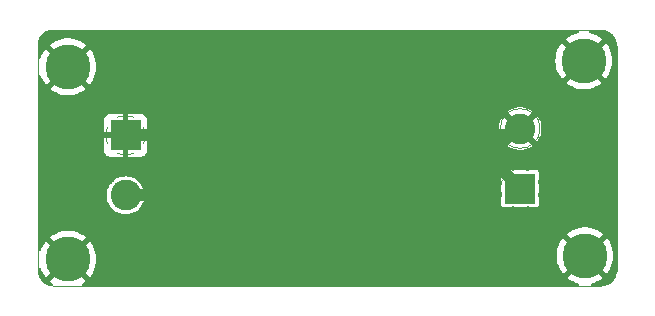
<source format=gbr>
%TF.GenerationSoftware,KiCad,Pcbnew,7.0.8*%
%TF.CreationDate,2024-02-18T15:21:02+05:30*%
%TF.ProjectId,Buck_Converter,4275636b-5f43-46f6-9e76-65727465722e,rev?*%
%TF.SameCoordinates,Original*%
%TF.FileFunction,Soldermask,Bot*%
%TF.FilePolarity,Negative*%
%FSLAX46Y46*%
G04 Gerber Fmt 4.6, Leading zero omitted, Abs format (unit mm)*
G04 Created by KiCad (PCBNEW 7.0.8) date 2024-02-18 15:21:02*
%MOMM*%
%LPD*%
G01*
G04 APERTURE LIST*
G04 Aperture macros list*
%AMRoundRect*
0 Rectangle with rounded corners*
0 $1 Rounding radius*
0 $2 $3 $4 $5 $6 $7 $8 $9 X,Y pos of 4 corners*
0 Add a 4 corners polygon primitive as box body*
4,1,4,$2,$3,$4,$5,$6,$7,$8,$9,$2,$3,0*
0 Add four circle primitives for the rounded corners*
1,1,$1+$1,$2,$3*
1,1,$1+$1,$4,$5*
1,1,$1+$1,$6,$7*
1,1,$1+$1,$8,$9*
0 Add four rect primitives between the rounded corners*
20,1,$1+$1,$2,$3,$4,$5,0*
20,1,$1+$1,$4,$5,$6,$7,0*
20,1,$1+$1,$6,$7,$8,$9,0*
20,1,$1+$1,$8,$9,$2,$3,0*%
G04 Aperture macros list end*
%ADD10C,2.600000*%
%ADD11R,2.600000X2.600000*%
%ADD12C,3.800000*%
%TA.AperFunction,ComponentPad*%
%ADD13C,2.600000*%
%TD*%
%TA.AperFunction,ComponentPad*%
%ADD14R,2.600000X2.600000*%
%TD*%
%TA.AperFunction,ComponentPad*%
%ADD15C,3.800000*%
%TD*%
%TA.AperFunction,SMDPad,CuDef*%
%ADD16RoundRect,0.150000X-0.512500X-0.150000X0.512500X-0.150000X0.512500X0.150000X-0.512500X0.150000X0*%
%TD*%
%TA.AperFunction,SMDPad,CuDef*%
%ADD17RoundRect,0.250000X0.475000X-0.337500X0.475000X0.337500X-0.475000X0.337500X-0.475000X-0.337500X0*%
%TD*%
%TA.AperFunction,SMDPad,CuDef*%
%ADD18RoundRect,0.250000X0.650000X-0.412500X0.650000X0.412500X-0.650000X0.412500X-0.650000X-0.412500X0*%
%TD*%
%TA.AperFunction,SMDPad,CuDef*%
%ADD19RoundRect,0.400000X1.550000X0.400000X-1.550000X0.400000X-1.550000X-0.400000X1.550000X-0.400000X0*%
%TD*%
%TA.AperFunction,Conductor*%
%ADD20C,0.500000*%
%TD*%
%TA.AperFunction,Conductor*%
%ADD21C,1.000000*%
%TD*%
%TA.AperFunction,Conductor*%
%ADD22C,0.250000*%
%TD*%
%ADD23RoundRect,0.150000X-0.512500X-0.150000X0.512500X-0.150000X0.512500X0.150000X-0.512500X0.150000X0*%
%ADD24RoundRect,0.250000X0.475000X-0.337500X0.475000X0.337500X-0.475000X0.337500X-0.475000X-0.337500X0*%
%ADD25RoundRect,0.250000X0.650000X-0.412500X0.650000X0.412500X-0.650000X0.412500X-0.650000X-0.412500X0*%
%ADD26RoundRect,0.400000X1.550000X0.400000X-1.550000X0.400000X-1.550000X-0.400000X1.550000X-0.400000X0*%
%ADD27C,0.375000*%
%ADD28C,0.150000*%
%ADD29C,0.125000*%
%ADD30C,0.120000*%
%TA.AperFunction,Profile*%
%ADD31C,0.100000*%
%TD*%
G04 APERTURE END LIST*
D10*
%TO.C,J2*%
X165354000Y-103022400D03*
D11*
X165354000Y-108102400D03*
%TD*%
D12*
%TO.C,H3*%
X170738800Y-97282000D03*
%TD*%
%TO.C,H1*%
X127050800Y-97790000D03*
%TD*%
%TO.C,H4*%
X170840400Y-113792000D03*
%TD*%
D10*
%TO.C,J1*%
X131940700Y-108674300D03*
D11*
X131940700Y-103594300D03*
%TD*%
D12*
%TO.C,H2*%
X127050800Y-114096800D03*
%TD*%
D13*
%TO.P,J2,2,Pin_2*%
%TO.N,GND*%
X165354000Y-103022400D03*
D14*
%TO.P,J2,1,Pin_1*%
%TO.N,/SW*%
X165354000Y-108102400D03*
%TD*%
D15*
%TO.P,H3,1,1*%
%TO.N,GND*%
X170738800Y-97282000D03*
%TD*%
D16*
%TO.P,U1,5,SW*%
%TO.N,/SW*%
X147615300Y-104235100D03*
%TO.P,U1,4,FB*%
X147615300Y-106135100D03*
%TO.P,U1,3,EN*%
%TO.N,/Vin*%
X145340300Y-106135100D03*
%TO.P,U1,2,GND*%
%TO.N,GND*%
X145340300Y-105185100D03*
%TO.P,U1,1,Vin*%
%TO.N,/Vin*%
X145340300Y-104235100D03*
%TD*%
D15*
%TO.P,H1,1,1*%
%TO.N,GND*%
X127050800Y-97790000D03*
%TD*%
%TO.P,H4,1,1*%
%TO.N,GND*%
X170840400Y-113792000D03*
%TD*%
D17*
%TO.P,C1,2*%
%TO.N,GND*%
X140627500Y-104160900D03*
%TO.P,C1,1*%
%TO.N,/Vin*%
X140627500Y-106235900D03*
%TD*%
D13*
%TO.P,J1,2,Pin_2*%
%TO.N,/Vin*%
X131940700Y-108674300D03*
D14*
%TO.P,J1,1,Pin_1*%
%TO.N,GND*%
X131940700Y-103594300D03*
%TD*%
D15*
%TO.P,H2,1,1*%
%TO.N,GND*%
X127050800Y-114096800D03*
%TD*%
D18*
%TO.P,C2,2*%
%TO.N,GND*%
X157886400Y-103530400D03*
%TO.P,C2,1*%
%TO.N,/SW*%
X157886400Y-106655400D03*
%TD*%
D19*
%TO.P,L1,2,2*%
%TO.N,/SW*%
X153429100Y-106646700D03*
%TO.P,L1,1,1*%
X153429100Y-103746700D03*
%TD*%
D20*
%TO.N,/SW*%
X150253300Y-103746700D02*
X153429100Y-103746700D01*
X149764900Y-104235100D02*
X150253300Y-103746700D01*
X147615300Y-104235100D02*
X149764900Y-104235100D01*
%TO.N,/Vin*%
X146002800Y-104235100D02*
X146502800Y-104735100D01*
X145340300Y-106135100D02*
X140728300Y-106135100D01*
X140728300Y-106135100D02*
X140627500Y-106235900D01*
X145340300Y-104235100D02*
X146002800Y-104235100D01*
D21*
X138189100Y-108674300D02*
X140627500Y-106235900D01*
X131940700Y-108674300D02*
X138189100Y-108674300D01*
D20*
X146002800Y-106135100D02*
X145340300Y-106135100D01*
X146502800Y-104735100D02*
X146502800Y-105635100D01*
X146502800Y-105635100D02*
X146002800Y-106135100D01*
%TO.N,GND*%
X144018000Y-105156000D02*
X143022900Y-104160900D01*
D21*
X140060900Y-103594300D02*
X140627500Y-104160900D01*
X131940700Y-103594300D02*
X140060900Y-103594300D01*
D22*
X145340300Y-105185100D02*
X144047100Y-105185100D01*
D20*
X143022900Y-104160900D02*
X140627500Y-104160900D01*
%TO.N,/SW*%
X153429100Y-106646700D02*
X157877700Y-106646700D01*
X147615300Y-106135100D02*
X149315100Y-106135100D01*
X149826700Y-106646700D02*
X153429100Y-106646700D01*
X157877700Y-106646700D02*
X157886400Y-106655400D01*
D21*
X163907000Y-106655400D02*
X165354000Y-108102400D01*
D20*
X149315100Y-106135100D02*
X149826700Y-106646700D01*
D21*
X157886400Y-106655400D02*
X163907000Y-106655400D01*
%TO.N,GND*%
X157886400Y-103530400D02*
X164846000Y-103530400D01*
X164846000Y-103530400D02*
X165354000Y-103022400D01*
%TD*%
D13*
%TO.P,J2,2,Pin_2*%
%TO.N,GND*%
X165354000Y-103022400D03*
D14*
%TO.P,J2,1,Pin_1*%
%TO.N,/SW*%
X165354000Y-108102400D03*
%TD*%
D15*
%TO.P,H3,1,1*%
%TO.N,GND*%
X170738800Y-97282000D03*
%TD*%
%TO.P,H1,1,1*%
%TO.N,GND*%
X127050800Y-97790000D03*
%TD*%
%TO.P,H4,1,1*%
%TO.N,GND*%
X170840400Y-113792000D03*
%TD*%
D13*
%TO.P,J1,2,Pin_2*%
%TO.N,/Vin*%
X131940700Y-108674300D03*
D14*
%TO.P,J1,1,Pin_1*%
%TO.N,GND*%
X131940700Y-103594300D03*
%TD*%
D15*
%TO.P,H2,1,1*%
%TO.N,GND*%
X127050800Y-114096800D03*
%TD*%
%TA.AperFunction,Conductor*%
%TO.N,GND*%
G36*
X125750446Y-94691981D02*
G01*
X125750969Y-94689341D01*
X125762888Y-94691700D01*
X125762890Y-94691700D01*
X170195222Y-94691700D01*
X170262261Y-94711385D01*
X170308016Y-94764189D01*
X170317960Y-94833347D01*
X170288935Y-94896903D01*
X170230157Y-94934677D01*
X170226059Y-94935804D01*
X169995692Y-94994951D01*
X169995689Y-94994952D01*
X169714917Y-95106117D01*
X169714909Y-95106121D01*
X169450279Y-95251602D01*
X169450261Y-95251614D01*
X169225365Y-95415010D01*
X169225364Y-95415012D01*
X170155493Y-96345140D01*
X170141390Y-96352411D01*
X169976260Y-96482271D01*
X169838690Y-96641035D01*
X169804134Y-96700886D01*
X168874112Y-95770864D01*
X168793316Y-95868530D01*
X168631507Y-96123502D01*
X168631504Y-96123508D01*
X168502927Y-96396747D01*
X168502925Y-96396752D01*
X168409605Y-96683959D01*
X168353016Y-96980609D01*
X168353015Y-96980616D01*
X168334055Y-97281994D01*
X168334055Y-97282005D01*
X168353015Y-97583383D01*
X168353016Y-97583390D01*
X168409605Y-97880040D01*
X168502925Y-98167247D01*
X168502927Y-98167252D01*
X168631504Y-98440491D01*
X168631507Y-98440497D01*
X168793313Y-98695464D01*
X168874112Y-98793133D01*
X169803011Y-97864235D01*
X169903694Y-98005624D01*
X170055732Y-98150592D01*
X170158022Y-98216329D01*
X169225364Y-99148986D01*
X169450274Y-99312393D01*
X169450285Y-99312400D01*
X169714909Y-99457878D01*
X169714917Y-99457882D01*
X169995689Y-99569047D01*
X169995692Y-99569048D01*
X170288199Y-99644150D01*
X170587795Y-99681999D01*
X170587807Y-99682000D01*
X170889793Y-99682000D01*
X170889804Y-99681999D01*
X171189400Y-99644150D01*
X171481907Y-99569048D01*
X171481910Y-99569047D01*
X171762682Y-99457882D01*
X171762690Y-99457878D01*
X172027314Y-99312400D01*
X172027325Y-99312393D01*
X172252233Y-99148986D01*
X172252234Y-99148986D01*
X171322106Y-98218859D01*
X171336210Y-98211589D01*
X171501340Y-98081729D01*
X171638910Y-97922965D01*
X171673465Y-97863112D01*
X172603486Y-98793133D01*
X172684283Y-98695469D01*
X172846092Y-98440497D01*
X172846095Y-98440491D01*
X172974672Y-98167252D01*
X172974674Y-98167247D01*
X173067994Y-97880040D01*
X173124583Y-97583390D01*
X173124584Y-97583383D01*
X173143545Y-97282005D01*
X173143545Y-97281994D01*
X173124584Y-96980616D01*
X173124583Y-96980609D01*
X173067994Y-96683959D01*
X172974674Y-96396752D01*
X172974672Y-96396747D01*
X172846095Y-96123508D01*
X172846092Y-96123502D01*
X172684286Y-95868535D01*
X172603485Y-95770864D01*
X171674587Y-96699762D01*
X171573906Y-96558376D01*
X171421868Y-96413408D01*
X171319577Y-96347669D01*
X172252234Y-95415012D01*
X172027330Y-95251609D01*
X172027320Y-95251602D01*
X171762690Y-95106121D01*
X171762682Y-95106117D01*
X171481910Y-94994952D01*
X171481907Y-94994951D01*
X171251541Y-94935804D01*
X171191503Y-94900066D01*
X171160317Y-94837542D01*
X171167885Y-94768084D01*
X171211803Y-94713743D01*
X171278129Y-94691773D01*
X171282378Y-94691700D01*
X172209560Y-94691700D01*
X172214425Y-94691891D01*
X172268898Y-94696178D01*
X172275808Y-94696782D01*
X172417988Y-94709221D01*
X172436099Y-94712170D01*
X172519085Y-94732093D01*
X172635302Y-94763234D01*
X172642979Y-94765840D01*
X172692212Y-94786233D01*
X172732569Y-94802950D01*
X172836240Y-94851293D01*
X172842437Y-94854622D01*
X172926032Y-94905849D01*
X172929200Y-94907926D01*
X173019922Y-94971450D01*
X173024629Y-94975094D01*
X173099883Y-95039367D01*
X173103459Y-95042673D01*
X173181325Y-95120539D01*
X173184631Y-95124115D01*
X173248904Y-95199369D01*
X173252548Y-95204076D01*
X173316072Y-95294798D01*
X173318149Y-95297966D01*
X173369376Y-95381561D01*
X173372705Y-95387758D01*
X173421049Y-95491430D01*
X173458155Y-95581011D01*
X173460765Y-95588699D01*
X173491906Y-95704916D01*
X173511825Y-95787885D01*
X173514779Y-95806025D01*
X173527821Y-95955101D01*
X173532109Y-96009575D01*
X173532300Y-96014442D01*
X173532300Y-115050434D01*
X173532109Y-115055299D01*
X173527959Y-115108033D01*
X173514904Y-115256822D01*
X173511953Y-115274930D01*
X173492872Y-115354412D01*
X173461417Y-115471813D01*
X173458808Y-115479500D01*
X173422798Y-115566443D01*
X173374252Y-115670556D01*
X173370922Y-115676754D01*
X173321052Y-115758138D01*
X173318976Y-115761306D01*
X173255312Y-115852231D01*
X173251668Y-115856937D01*
X173189015Y-115930298D01*
X173185709Y-115933875D01*
X173107717Y-116011870D01*
X173104141Y-116015175D01*
X173030788Y-116077829D01*
X173026081Y-116081474D01*
X172935156Y-116145143D01*
X172931989Y-116147219D01*
X172850617Y-116197087D01*
X172844420Y-116200417D01*
X172740298Y-116248975D01*
X172653359Y-116284988D01*
X172645672Y-116287597D01*
X172528272Y-116319058D01*
X172448833Y-116338131D01*
X172430696Y-116341086D01*
X172276508Y-116354581D01*
X172267967Y-116355253D01*
X172229948Y-116358246D01*
X172225099Y-116358437D01*
X171476919Y-116358437D01*
X171409880Y-116338752D01*
X171364125Y-116285948D01*
X171354181Y-116216790D01*
X171383206Y-116153234D01*
X171441984Y-116115460D01*
X171446081Y-116114333D01*
X171583511Y-116079046D01*
X171864282Y-115967882D01*
X171864290Y-115967878D01*
X172128914Y-115822400D01*
X172128925Y-115822393D01*
X172353833Y-115658986D01*
X172353834Y-115658986D01*
X171423706Y-114728859D01*
X171437810Y-114721589D01*
X171602940Y-114591729D01*
X171740510Y-114432965D01*
X171775065Y-114373112D01*
X172705086Y-115303133D01*
X172785883Y-115205469D01*
X172947692Y-114950497D01*
X172947695Y-114950491D01*
X173076272Y-114677252D01*
X173076274Y-114677247D01*
X173169594Y-114390040D01*
X173226183Y-114093390D01*
X173226184Y-114093383D01*
X173245145Y-113792005D01*
X173245145Y-113791994D01*
X173226184Y-113490616D01*
X173226183Y-113490609D01*
X173169594Y-113193959D01*
X173076274Y-112906752D01*
X173076272Y-112906747D01*
X172947695Y-112633508D01*
X172947692Y-112633502D01*
X172785886Y-112378535D01*
X172705085Y-112280864D01*
X171776187Y-113209763D01*
X171675506Y-113068376D01*
X171523468Y-112923408D01*
X171421177Y-112857669D01*
X172353834Y-111925012D01*
X172128930Y-111761609D01*
X172128920Y-111761602D01*
X171864290Y-111616121D01*
X171864282Y-111616117D01*
X171583510Y-111504952D01*
X171583507Y-111504951D01*
X171291000Y-111429849D01*
X170991404Y-111392000D01*
X170689395Y-111392000D01*
X170389799Y-111429849D01*
X170097292Y-111504951D01*
X170097289Y-111504952D01*
X169816517Y-111616117D01*
X169816509Y-111616121D01*
X169551879Y-111761602D01*
X169551861Y-111761614D01*
X169326965Y-111925010D01*
X169326964Y-111925012D01*
X170257093Y-112855140D01*
X170242990Y-112862411D01*
X170077860Y-112992271D01*
X169940290Y-113151035D01*
X169905734Y-113210886D01*
X168975712Y-112280864D01*
X168894916Y-112378530D01*
X168733107Y-112633502D01*
X168733104Y-112633508D01*
X168604527Y-112906747D01*
X168604525Y-112906752D01*
X168511205Y-113193959D01*
X168454616Y-113490609D01*
X168454615Y-113490616D01*
X168435655Y-113791994D01*
X168435655Y-113792005D01*
X168454615Y-114093383D01*
X168454616Y-114093390D01*
X168511205Y-114390040D01*
X168604525Y-114677247D01*
X168604527Y-114677252D01*
X168733104Y-114950491D01*
X168733107Y-114950497D01*
X168894913Y-115205464D01*
X168975712Y-115303133D01*
X169904611Y-114374235D01*
X170005294Y-114515624D01*
X170157332Y-114660592D01*
X170259622Y-114726329D01*
X169326964Y-115658986D01*
X169551874Y-115822393D01*
X169551885Y-115822400D01*
X169816509Y-115967878D01*
X169816517Y-115967882D01*
X170097288Y-116079046D01*
X170234719Y-116114333D01*
X170294756Y-116150071D01*
X170325942Y-116212595D01*
X170318374Y-116282053D01*
X170274455Y-116336394D01*
X170208130Y-116358364D01*
X170203881Y-116358437D01*
X128401644Y-116358437D01*
X128334605Y-116338752D01*
X128288850Y-116285948D01*
X128278906Y-116216790D01*
X128307931Y-116153234D01*
X128336550Y-116130104D01*
X128336030Y-116129285D01*
X128339325Y-116127193D01*
X128564233Y-115963786D01*
X128564234Y-115963786D01*
X127634106Y-115033659D01*
X127648210Y-115026389D01*
X127813340Y-114896529D01*
X127950910Y-114737765D01*
X127985465Y-114677912D01*
X128915486Y-115607933D01*
X128996283Y-115510269D01*
X129158092Y-115255297D01*
X129158095Y-115255291D01*
X129286672Y-114982052D01*
X129286674Y-114982047D01*
X129379994Y-114694840D01*
X129436583Y-114398190D01*
X129436584Y-114398183D01*
X129455545Y-114096805D01*
X129455545Y-114096794D01*
X129436584Y-113795416D01*
X129436583Y-113795409D01*
X129379994Y-113498759D01*
X129286674Y-113211552D01*
X129286672Y-113211547D01*
X129158095Y-112938308D01*
X129158092Y-112938302D01*
X128996286Y-112683335D01*
X128915485Y-112585664D01*
X127986587Y-113514563D01*
X127885906Y-113373176D01*
X127733868Y-113228208D01*
X127631577Y-113162469D01*
X128564234Y-112229812D01*
X128339330Y-112066409D01*
X128339320Y-112066402D01*
X128074690Y-111920921D01*
X128074682Y-111920917D01*
X127793910Y-111809752D01*
X127793907Y-111809751D01*
X127501400Y-111734649D01*
X127201804Y-111696800D01*
X126899795Y-111696800D01*
X126600199Y-111734649D01*
X126307692Y-111809751D01*
X126307689Y-111809752D01*
X126026917Y-111920917D01*
X126026909Y-111920921D01*
X125762279Y-112066402D01*
X125762261Y-112066414D01*
X125537365Y-112229810D01*
X125537364Y-112229812D01*
X126467493Y-113159940D01*
X126453390Y-113167211D01*
X126288260Y-113297071D01*
X126150690Y-113455835D01*
X126116134Y-113515686D01*
X125186112Y-112585664D01*
X125105316Y-112683330D01*
X124943507Y-112938302D01*
X124943504Y-112938308D01*
X124814927Y-113211547D01*
X124777094Y-113327985D01*
X124737656Y-113385660D01*
X124673298Y-113412858D01*
X124604451Y-113400943D01*
X124552976Y-113353699D01*
X124535163Y-113289666D01*
X124535163Y-108674300D01*
X130335251Y-108674300D01*
X130355017Y-108925451D01*
X130413826Y-109170410D01*
X130510233Y-109403159D01*
X130641860Y-109617953D01*
X130641861Y-109617956D01*
X130697304Y-109682871D01*
X130805476Y-109809524D01*
X130953766Y-109936175D01*
X130997043Y-109973138D01*
X130997046Y-109973139D01*
X131211840Y-110104766D01*
X131444589Y-110201173D01*
X131689552Y-110259983D01*
X131940700Y-110279749D01*
X132191848Y-110259983D01*
X132436811Y-110201173D01*
X132669559Y-110104766D01*
X132884359Y-109973136D01*
X133075924Y-109809524D01*
X133239536Y-109617959D01*
X133344143Y-109447256D01*
X163753500Y-109447256D01*
X163753502Y-109447282D01*
X163756413Y-109472387D01*
X163756415Y-109472391D01*
X163801793Y-109575164D01*
X163801794Y-109575165D01*
X163881235Y-109654606D01*
X163984009Y-109699985D01*
X164009135Y-109702900D01*
X166698864Y-109702899D01*
X166698879Y-109702897D01*
X166698882Y-109702897D01*
X166723987Y-109699986D01*
X166723988Y-109699985D01*
X166723991Y-109699985D01*
X166826765Y-109654606D01*
X166906206Y-109575165D01*
X166951585Y-109472391D01*
X166954500Y-109447265D01*
X166954499Y-106757536D01*
X166954497Y-106757517D01*
X166951586Y-106732412D01*
X166951585Y-106732410D01*
X166951585Y-106732409D01*
X166906206Y-106629635D01*
X166826765Y-106550194D01*
X166826763Y-106550193D01*
X166723992Y-106504815D01*
X166698865Y-106501900D01*
X164009143Y-106501900D01*
X164009117Y-106501902D01*
X163984012Y-106504813D01*
X163984008Y-106504815D01*
X163881235Y-106550193D01*
X163801794Y-106629634D01*
X163756415Y-106732406D01*
X163756415Y-106732408D01*
X163753500Y-106757531D01*
X163753500Y-109447256D01*
X133344143Y-109447256D01*
X133371166Y-109403159D01*
X133467573Y-109170411D01*
X133526383Y-108925448D01*
X133546149Y-108674300D01*
X133526383Y-108423152D01*
X133467573Y-108178189D01*
X133371166Y-107945441D01*
X133371166Y-107945440D01*
X133239539Y-107730646D01*
X133239538Y-107730643D01*
X133202575Y-107687366D01*
X133075924Y-107539076D01*
X132949271Y-107430904D01*
X132884356Y-107375461D01*
X132884353Y-107375460D01*
X132669559Y-107243833D01*
X132436810Y-107147426D01*
X132191851Y-107088617D01*
X131940700Y-107068851D01*
X131689548Y-107088617D01*
X131444589Y-107147426D01*
X131211840Y-107243833D01*
X130997046Y-107375460D01*
X130997043Y-107375461D01*
X130805476Y-107539076D01*
X130641861Y-107730643D01*
X130641860Y-107730646D01*
X130510233Y-107945440D01*
X130413826Y-108178189D01*
X130355017Y-108423148D01*
X130335251Y-108674300D01*
X124535163Y-108674300D01*
X124535163Y-104942144D01*
X130140700Y-104942144D01*
X130147101Y-105001672D01*
X130147103Y-105001679D01*
X130197345Y-105136386D01*
X130197349Y-105136393D01*
X130283509Y-105251487D01*
X130283512Y-105251490D01*
X130398606Y-105337650D01*
X130398613Y-105337654D01*
X130533320Y-105387896D01*
X130533327Y-105387898D01*
X130592855Y-105394299D01*
X130592872Y-105394300D01*
X131690700Y-105394300D01*
X131690700Y-104198610D01*
X131699517Y-104203458D01*
X131858586Y-104244300D01*
X131981594Y-104244300D01*
X132103633Y-104228883D01*
X132190700Y-104194410D01*
X132190700Y-105394300D01*
X133288528Y-105394300D01*
X133288544Y-105394299D01*
X133348072Y-105387898D01*
X133348079Y-105387896D01*
X133482786Y-105337654D01*
X133482793Y-105337650D01*
X133597887Y-105251490D01*
X133597890Y-105251487D01*
X133684050Y-105136393D01*
X133684054Y-105136386D01*
X133734296Y-105001679D01*
X133734298Y-105001672D01*
X133740699Y-104942144D01*
X133740700Y-104942127D01*
X133740700Y-103844300D01*
X132541428Y-103844300D01*
X132563800Y-103796757D01*
X132594573Y-103635438D01*
X132584261Y-103471534D01*
X132542920Y-103344300D01*
X133740700Y-103344300D01*
X133740700Y-103022404D01*
X163548953Y-103022404D01*
X163569113Y-103291426D01*
X163569113Y-103291428D01*
X163629142Y-103554433D01*
X163629148Y-103554452D01*
X163727709Y-103805581D01*
X163727708Y-103805581D01*
X163862602Y-104039222D01*
X163916294Y-104106551D01*
X163916295Y-104106551D01*
X164751452Y-103271393D01*
X164761188Y-103301356D01*
X164849186Y-103440019D01*
X164968903Y-103552440D01*
X165103510Y-103626441D01*
X164268848Y-104461102D01*
X164451483Y-104585620D01*
X164451485Y-104585621D01*
X164694539Y-104702669D01*
X164694537Y-104702669D01*
X164952337Y-104782190D01*
X164952343Y-104782192D01*
X165219101Y-104822399D01*
X165219110Y-104822400D01*
X165488890Y-104822400D01*
X165488898Y-104822399D01*
X165755656Y-104782192D01*
X165755662Y-104782190D01*
X166013461Y-104702669D01*
X166256521Y-104585618D01*
X166439150Y-104461102D01*
X165601534Y-103623486D01*
X165669629Y-103596526D01*
X165802492Y-103499995D01*
X165907175Y-103373455D01*
X165955631Y-103270479D01*
X166791703Y-104106551D01*
X166791704Y-104106550D01*
X166845393Y-104039228D01*
X166845400Y-104039217D01*
X166980290Y-103805581D01*
X167078851Y-103554452D01*
X167078857Y-103554433D01*
X167138886Y-103291428D01*
X167138886Y-103291426D01*
X167159047Y-103022404D01*
X167159047Y-103022395D01*
X167138886Y-102753373D01*
X167138886Y-102753371D01*
X167078857Y-102490366D01*
X167078851Y-102490347D01*
X166980290Y-102239218D01*
X166980291Y-102239218D01*
X166845397Y-102005577D01*
X166791704Y-101938247D01*
X165956546Y-102773404D01*
X165946812Y-102743444D01*
X165858814Y-102604781D01*
X165739097Y-102492360D01*
X165604489Y-102418358D01*
X166439150Y-101583696D01*
X166256517Y-101459179D01*
X166256516Y-101459178D01*
X166013460Y-101342130D01*
X166013462Y-101342130D01*
X165755662Y-101262609D01*
X165755656Y-101262607D01*
X165488898Y-101222400D01*
X165219101Y-101222400D01*
X164952343Y-101262607D01*
X164952337Y-101262609D01*
X164694538Y-101342130D01*
X164451485Y-101459178D01*
X164451476Y-101459183D01*
X164268848Y-101583696D01*
X165106465Y-102421313D01*
X165038371Y-102448274D01*
X164905508Y-102544805D01*
X164800825Y-102671345D01*
X164752368Y-102774321D01*
X163916295Y-101938248D01*
X163862600Y-102005580D01*
X163727709Y-102239218D01*
X163629148Y-102490347D01*
X163629142Y-102490366D01*
X163569113Y-102753371D01*
X163569113Y-102753373D01*
X163548953Y-103022395D01*
X163548953Y-103022404D01*
X133740700Y-103022404D01*
X133740700Y-102246472D01*
X133740699Y-102246455D01*
X133734298Y-102186927D01*
X133734296Y-102186920D01*
X133684054Y-102052213D01*
X133684050Y-102052206D01*
X133597890Y-101937112D01*
X133597887Y-101937109D01*
X133482793Y-101850949D01*
X133482786Y-101850945D01*
X133348079Y-101800703D01*
X133348072Y-101800701D01*
X133288544Y-101794300D01*
X132190700Y-101794300D01*
X132190700Y-102989989D01*
X132181883Y-102985142D01*
X132022814Y-102944300D01*
X131899806Y-102944300D01*
X131777767Y-102959717D01*
X131690700Y-102994189D01*
X131690700Y-101794300D01*
X130592855Y-101794300D01*
X130533327Y-101800701D01*
X130533320Y-101800703D01*
X130398613Y-101850945D01*
X130398606Y-101850949D01*
X130283512Y-101937109D01*
X130283509Y-101937112D01*
X130197349Y-102052206D01*
X130197345Y-102052213D01*
X130147103Y-102186920D01*
X130147101Y-102186927D01*
X130140700Y-102246455D01*
X130140700Y-103344300D01*
X131339972Y-103344300D01*
X131317600Y-103391843D01*
X131286827Y-103553162D01*
X131297139Y-103717066D01*
X131338480Y-103844300D01*
X130140700Y-103844300D01*
X130140700Y-104942144D01*
X124535163Y-104942144D01*
X124535163Y-98597133D01*
X124554848Y-98530094D01*
X124607652Y-98484339D01*
X124676810Y-98474395D01*
X124740366Y-98503420D01*
X124777094Y-98558815D01*
X124814925Y-98675247D01*
X124814927Y-98675252D01*
X124943504Y-98948491D01*
X124943507Y-98948497D01*
X125105313Y-99203464D01*
X125186112Y-99301133D01*
X126115011Y-98372235D01*
X126215694Y-98513624D01*
X126367732Y-98658592D01*
X126470022Y-98724329D01*
X125537364Y-99656986D01*
X125762274Y-99820393D01*
X125762285Y-99820400D01*
X126026909Y-99965878D01*
X126026917Y-99965882D01*
X126307689Y-100077047D01*
X126307692Y-100077048D01*
X126600199Y-100152150D01*
X126899795Y-100189999D01*
X126899807Y-100190000D01*
X127201793Y-100190000D01*
X127201804Y-100189999D01*
X127501400Y-100152150D01*
X127793907Y-100077048D01*
X127793910Y-100077047D01*
X128074682Y-99965882D01*
X128074690Y-99965878D01*
X128339314Y-99820400D01*
X128339325Y-99820393D01*
X128564233Y-99656986D01*
X128564234Y-99656986D01*
X127634106Y-98726859D01*
X127648210Y-98719589D01*
X127813340Y-98589729D01*
X127950910Y-98430965D01*
X127985465Y-98371112D01*
X128915486Y-99301133D01*
X128996283Y-99203469D01*
X129158092Y-98948497D01*
X129158095Y-98948491D01*
X129286672Y-98675252D01*
X129286674Y-98675247D01*
X129379994Y-98388040D01*
X129436583Y-98091390D01*
X129436584Y-98091383D01*
X129455545Y-97790005D01*
X129455545Y-97789994D01*
X129436584Y-97488616D01*
X129436583Y-97488609D01*
X129379994Y-97191959D01*
X129286674Y-96904752D01*
X129286672Y-96904747D01*
X129158095Y-96631508D01*
X129158092Y-96631502D01*
X128996286Y-96376535D01*
X128915485Y-96278864D01*
X127986587Y-97207763D01*
X127885906Y-97066376D01*
X127733868Y-96921408D01*
X127631577Y-96855669D01*
X128564234Y-95923012D01*
X128339330Y-95759609D01*
X128339320Y-95759602D01*
X128074690Y-95614121D01*
X128074682Y-95614117D01*
X127793910Y-95502952D01*
X127793907Y-95502951D01*
X127501400Y-95427849D01*
X127201804Y-95390000D01*
X126899795Y-95390000D01*
X126600199Y-95427849D01*
X126307692Y-95502951D01*
X126307689Y-95502952D01*
X126026917Y-95614117D01*
X126026909Y-95614121D01*
X125762279Y-95759602D01*
X125762261Y-95759614D01*
X125537365Y-95923010D01*
X125537364Y-95923012D01*
X126467493Y-96853140D01*
X126453390Y-96860411D01*
X126288260Y-96990271D01*
X126150690Y-97149035D01*
X126116134Y-97208886D01*
X125186112Y-96278864D01*
X125105316Y-96376530D01*
X124943507Y-96631502D01*
X124943504Y-96631508D01*
X124814927Y-96904747D01*
X124777094Y-97021185D01*
X124737656Y-97078860D01*
X124673298Y-97106058D01*
X124604451Y-97094143D01*
X124552976Y-97046899D01*
X124535163Y-96982866D01*
X124535163Y-95912839D01*
X124535354Y-95907973D01*
X124539616Y-95853820D01*
X124551363Y-95719627D01*
X124554309Y-95701540D01*
X124572948Y-95623902D01*
X124601541Y-95517191D01*
X124604145Y-95509520D01*
X124638839Y-95425762D01*
X124683372Y-95330262D01*
X124686682Y-95324100D01*
X124734469Y-95246119D01*
X124736489Y-95243038D01*
X124795064Y-95159383D01*
X124798658Y-95154741D01*
X124858576Y-95084585D01*
X124861840Y-95081055D01*
X124933654Y-95009240D01*
X124937184Y-95005978D01*
X125007325Y-94946072D01*
X125011978Y-94942468D01*
X125095641Y-94883886D01*
X125098698Y-94881882D01*
X125176698Y-94834084D01*
X125182848Y-94830779D01*
X125278345Y-94786246D01*
X125362127Y-94751541D01*
X125369756Y-94748952D01*
X125476513Y-94720345D01*
X125554108Y-94701715D01*
X125572214Y-94698766D01*
X125707335Y-94686943D01*
X125714735Y-94686360D01*
X125750446Y-94691981D01*
G37*
%TD.AperFunction*%
%TA.AperFunction,Conductor*%
G36*
X126215694Y-114820424D02*
G01*
X126367732Y-114965392D01*
X126470022Y-115031129D01*
X125537364Y-115963786D01*
X125537365Y-115963787D01*
X125752438Y-116120047D01*
X125795104Y-116175377D01*
X125801083Y-116244990D01*
X125768477Y-116306785D01*
X125707639Y-116341142D01*
X125668750Y-116343894D01*
X125658604Y-116343006D01*
X125637183Y-116341133D01*
X125619047Y-116338179D01*
X125536855Y-116318448D01*
X125422236Y-116287736D01*
X125414549Y-116285127D01*
X125325842Y-116248385D01*
X125223523Y-116200675D01*
X125217329Y-116197347D01*
X125181477Y-116175377D01*
X125134602Y-116146652D01*
X125131434Y-116144575D01*
X125041871Y-116081863D01*
X125037165Y-116078218D01*
X125003538Y-116049498D01*
X124962717Y-116014633D01*
X124959149Y-116011335D01*
X124882263Y-115934449D01*
X124878968Y-115930885D01*
X124815377Y-115856430D01*
X124811735Y-115851727D01*
X124749023Y-115762164D01*
X124746946Y-115758996D01*
X124733876Y-115737668D01*
X124696245Y-115676258D01*
X124692923Y-115670074D01*
X124645214Y-115567757D01*
X124608471Y-115479049D01*
X124605865Y-115471373D01*
X124575147Y-115356726D01*
X124574591Y-115354412D01*
X124555419Y-115274549D01*
X124552466Y-115256411D01*
X124548010Y-115205469D01*
X124539637Y-115109740D01*
X124535354Y-115055302D01*
X124535163Y-115050437D01*
X124535163Y-114903933D01*
X124554848Y-114836894D01*
X124607652Y-114791139D01*
X124676810Y-114781195D01*
X124740366Y-114810220D01*
X124777094Y-114865615D01*
X124814925Y-114982047D01*
X124814927Y-114982052D01*
X124943504Y-115255291D01*
X124943507Y-115255297D01*
X125105313Y-115510264D01*
X125186112Y-115607933D01*
X126115011Y-114679035D01*
X126215694Y-114820424D01*
G37*
%TD.AperFunction*%
%TD*%
D23*
%TO.C,U1*%
X147615300Y-104235100D03*
X147615300Y-106135100D03*
X145340300Y-106135100D03*
X145340300Y-105185100D03*
X145340300Y-104235100D03*
%TD*%
D24*
%TO.C,C1*%
X140627500Y-104160900D03*
X140627500Y-106235900D03*
%TD*%
D25*
%TO.C,C2*%
X157886400Y-103530400D03*
X157886400Y-106655400D03*
%TD*%
D26*
%TO.C,L1*%
X153429100Y-106646700D03*
X153429100Y-103746700D03*
%TD*%
D27*
X131058252Y-99657100D02*
X132201110Y-99657100D01*
X131071352Y-112979800D02*
X132214210Y-112979800D01*
X131642781Y-113551228D02*
X131642781Y-112408371D01*
X163656852Y-99647900D02*
X164799710Y-99647900D01*
X163773452Y-112153900D02*
X164916310Y-112153900D01*
X164344881Y-112725328D02*
X164344881Y-111582471D01*
D28*
X160998819Y-109146933D02*
X161713104Y-109146933D01*
X161713104Y-109146933D02*
X161855961Y-109194552D01*
X161855961Y-109194552D02*
X161951200Y-109289790D01*
X161951200Y-109289790D02*
X161998819Y-109432647D01*
X161998819Y-109432647D02*
X161998819Y-109527885D01*
X161094057Y-108718361D02*
X161046438Y-108670742D01*
X161046438Y-108670742D02*
X160998819Y-108575504D01*
X160998819Y-108575504D02*
X160998819Y-108337409D01*
X160998819Y-108337409D02*
X161046438Y-108242171D01*
X161046438Y-108242171D02*
X161094057Y-108194552D01*
X161094057Y-108194552D02*
X161189295Y-108146933D01*
X161189295Y-108146933D02*
X161284533Y-108146933D01*
X161284533Y-108146933D02*
X161427390Y-108194552D01*
X161427390Y-108194552D02*
X161998819Y-108765980D01*
X161998819Y-108765980D02*
X161998819Y-108146933D01*
D29*
X144068876Y-102230395D02*
X144068876Y-102878014D01*
X144068876Y-102878014D02*
X144106971Y-102954204D01*
X144106971Y-102954204D02*
X144145066Y-102992300D01*
X144145066Y-102992300D02*
X144221257Y-103030395D01*
X144221257Y-103030395D02*
X144373638Y-103030395D01*
X144373638Y-103030395D02*
X144449828Y-102992300D01*
X144449828Y-102992300D02*
X144487923Y-102954204D01*
X144487923Y-102954204D02*
X144526019Y-102878014D01*
X144526019Y-102878014D02*
X144526019Y-102230395D01*
X145326018Y-103030395D02*
X144868875Y-103030395D01*
X145097447Y-103030395D02*
X145097447Y-102230395D01*
X145097447Y-102230395D02*
X145021256Y-102344680D01*
X145021256Y-102344680D02*
X144945066Y-102420871D01*
X144945066Y-102420871D02*
X144868875Y-102458966D01*
X143872266Y-107957995D02*
X143491314Y-107957995D01*
X143491314Y-107957995D02*
X143491314Y-107157995D01*
X144138933Y-107957995D02*
X144138933Y-107157995D01*
X144138933Y-107157995D02*
X144405599Y-107729423D01*
X144405599Y-107729423D02*
X144672266Y-107157995D01*
X144672266Y-107157995D02*
X144672266Y-107957995D01*
X144977028Y-107157995D02*
X145472266Y-107157995D01*
X145472266Y-107157995D02*
X145205600Y-107462757D01*
X145205600Y-107462757D02*
X145319885Y-107462757D01*
X145319885Y-107462757D02*
X145396076Y-107500852D01*
X145396076Y-107500852D02*
X145434171Y-107538947D01*
X145434171Y-107538947D02*
X145472266Y-107615138D01*
X145472266Y-107615138D02*
X145472266Y-107805614D01*
X145472266Y-107805614D02*
X145434171Y-107881804D01*
X145434171Y-107881804D02*
X145396076Y-107919900D01*
X145396076Y-107919900D02*
X145319885Y-107957995D01*
X145319885Y-107957995D02*
X145091314Y-107957995D01*
X145091314Y-107957995D02*
X145015123Y-107919900D01*
X145015123Y-107919900D02*
X144977028Y-107881804D01*
X146157981Y-107157995D02*
X146005600Y-107157995D01*
X146005600Y-107157995D02*
X145929409Y-107196090D01*
X145929409Y-107196090D02*
X145891314Y-107234185D01*
X145891314Y-107234185D02*
X145815124Y-107348471D01*
X145815124Y-107348471D02*
X145777028Y-107500852D01*
X145777028Y-107500852D02*
X145777028Y-107805614D01*
X145777028Y-107805614D02*
X145815124Y-107881804D01*
X145815124Y-107881804D02*
X145853219Y-107919900D01*
X145853219Y-107919900D02*
X145929409Y-107957995D01*
X145929409Y-107957995D02*
X146081790Y-107957995D01*
X146081790Y-107957995D02*
X146157981Y-107919900D01*
X146157981Y-107919900D02*
X146196076Y-107881804D01*
X146196076Y-107881804D02*
X146234171Y-107805614D01*
X146234171Y-107805614D02*
X146234171Y-107615138D01*
X146234171Y-107615138D02*
X146196076Y-107538947D01*
X146196076Y-107538947D02*
X146157981Y-107500852D01*
X146157981Y-107500852D02*
X146081790Y-107462757D01*
X146081790Y-107462757D02*
X145929409Y-107462757D01*
X145929409Y-107462757D02*
X145853219Y-107500852D01*
X145853219Y-107500852D02*
X145815124Y-107538947D01*
X145815124Y-107538947D02*
X145777028Y-107615138D01*
X146500838Y-107157995D02*
X147034172Y-107157995D01*
X147034172Y-107157995D02*
X146691314Y-107957995D01*
X147491315Y-107157995D02*
X147567505Y-107157995D01*
X147567505Y-107157995D02*
X147643696Y-107196090D01*
X147643696Y-107196090D02*
X147681791Y-107234185D01*
X147681791Y-107234185D02*
X147719886Y-107310376D01*
X147719886Y-107310376D02*
X147757981Y-107462757D01*
X147757981Y-107462757D02*
X147757981Y-107653233D01*
X147757981Y-107653233D02*
X147719886Y-107805614D01*
X147719886Y-107805614D02*
X147681791Y-107881804D01*
X147681791Y-107881804D02*
X147643696Y-107919900D01*
X147643696Y-107919900D02*
X147567505Y-107957995D01*
X147567505Y-107957995D02*
X147491315Y-107957995D01*
X147491315Y-107957995D02*
X147415124Y-107919900D01*
X147415124Y-107919900D02*
X147377029Y-107881804D01*
X147377029Y-107881804D02*
X147338934Y-107805614D01*
X147338934Y-107805614D02*
X147300838Y-107653233D01*
X147300838Y-107653233D02*
X147300838Y-107462757D01*
X147300838Y-107462757D02*
X147338934Y-107310376D01*
X147338934Y-107310376D02*
X147377029Y-107234185D01*
X147377029Y-107234185D02*
X147415124Y-107196090D01*
X147415124Y-107196090D02*
X147491315Y-107157995D01*
X148100839Y-107957995D02*
X148100839Y-107157995D01*
X148100839Y-107157995D02*
X148367505Y-107729423D01*
X148367505Y-107729423D02*
X148634172Y-107157995D01*
X148634172Y-107157995D02*
X148634172Y-107957995D01*
X149281791Y-107538947D02*
X149015125Y-107538947D01*
X149015125Y-107957995D02*
X149015125Y-107157995D01*
X149015125Y-107157995D02*
X149396077Y-107157995D01*
D28*
X140460833Y-108307980D02*
X140413214Y-108355600D01*
X140413214Y-108355600D02*
X140270357Y-108403219D01*
X140270357Y-108403219D02*
X140175119Y-108403219D01*
X140175119Y-108403219D02*
X140032262Y-108355600D01*
X140032262Y-108355600D02*
X139937024Y-108260361D01*
X139937024Y-108260361D02*
X139889405Y-108165123D01*
X139889405Y-108165123D02*
X139841786Y-107974647D01*
X139841786Y-107974647D02*
X139841786Y-107831790D01*
X139841786Y-107831790D02*
X139889405Y-107641314D01*
X139889405Y-107641314D02*
X139937024Y-107546076D01*
X139937024Y-107546076D02*
X140032262Y-107450838D01*
X140032262Y-107450838D02*
X140175119Y-107403219D01*
X140175119Y-107403219D02*
X140270357Y-107403219D01*
X140270357Y-107403219D02*
X140413214Y-107450838D01*
X140413214Y-107450838D02*
X140460833Y-107498457D01*
X141413214Y-108403219D02*
X140841786Y-108403219D01*
X141127500Y-108403219D02*
X141127500Y-107403219D01*
X141127500Y-107403219D02*
X141032262Y-107546076D01*
X141032262Y-107546076D02*
X140937024Y-107641314D01*
X140937024Y-107641314D02*
X140841786Y-107688933D01*
D29*
X139846190Y-102598661D02*
X139846190Y-103131995D01*
X139655714Y-102293900D02*
X139465237Y-102865328D01*
X139465237Y-102865328D02*
X139960476Y-102865328D01*
X140265238Y-103055804D02*
X140303333Y-103093900D01*
X140303333Y-103093900D02*
X140265238Y-103131995D01*
X140265238Y-103131995D02*
X140227142Y-103093900D01*
X140227142Y-103093900D02*
X140265238Y-103055804D01*
X140265238Y-103055804D02*
X140265238Y-103131995D01*
X140569999Y-102331995D02*
X141103333Y-102331995D01*
X141103333Y-102331995D02*
X140760475Y-103131995D01*
X141750952Y-102598661D02*
X141750952Y-103131995D01*
X141408095Y-102598661D02*
X141408095Y-103017709D01*
X141408095Y-103017709D02*
X141446190Y-103093900D01*
X141446190Y-103093900D02*
X141522380Y-103131995D01*
X141522380Y-103131995D02*
X141636666Y-103131995D01*
X141636666Y-103131995D02*
X141712857Y-103093900D01*
X141712857Y-103093900D02*
X141750952Y-103055804D01*
X142398571Y-102712947D02*
X142131905Y-102712947D01*
X142131905Y-103131995D02*
X142131905Y-102331995D01*
X142131905Y-102331995D02*
X142512857Y-102331995D01*
D28*
X135302666Y-99276819D02*
X135302666Y-99991104D01*
X135302666Y-99991104D02*
X135255047Y-100133961D01*
X135255047Y-100133961D02*
X135159809Y-100229200D01*
X135159809Y-100229200D02*
X135016952Y-100276819D01*
X135016952Y-100276819D02*
X134921714Y-100276819D01*
X136302666Y-100276819D02*
X135731238Y-100276819D01*
X136016952Y-100276819D02*
X136016952Y-99276819D01*
X136016952Y-99276819D02*
X135921714Y-99419676D01*
X135921714Y-99419676D02*
X135826476Y-99514914D01*
X135826476Y-99514914D02*
X135731238Y-99562533D01*
X157821333Y-109427180D02*
X157773714Y-109474800D01*
X157773714Y-109474800D02*
X157630857Y-109522419D01*
X157630857Y-109522419D02*
X157535619Y-109522419D01*
X157535619Y-109522419D02*
X157392762Y-109474800D01*
X157392762Y-109474800D02*
X157297524Y-109379561D01*
X157297524Y-109379561D02*
X157249905Y-109284323D01*
X157249905Y-109284323D02*
X157202286Y-109093847D01*
X157202286Y-109093847D02*
X157202286Y-108950990D01*
X157202286Y-108950990D02*
X157249905Y-108760514D01*
X157249905Y-108760514D02*
X157297524Y-108665276D01*
X157297524Y-108665276D02*
X157392762Y-108570038D01*
X157392762Y-108570038D02*
X157535619Y-108522419D01*
X157535619Y-108522419D02*
X157630857Y-108522419D01*
X157630857Y-108522419D02*
X157773714Y-108570038D01*
X157773714Y-108570038D02*
X157821333Y-108617657D01*
X158202286Y-108617657D02*
X158249905Y-108570038D01*
X158249905Y-108570038D02*
X158345143Y-108522419D01*
X158345143Y-108522419D02*
X158583238Y-108522419D01*
X158583238Y-108522419D02*
X158678476Y-108570038D01*
X158678476Y-108570038D02*
X158726095Y-108617657D01*
X158726095Y-108617657D02*
X158773714Y-108712895D01*
X158773714Y-108712895D02*
X158773714Y-108808133D01*
X158773714Y-108808133D02*
X158726095Y-108950990D01*
X158726095Y-108950990D02*
X158154667Y-109522419D01*
X158154667Y-109522419D02*
X158773714Y-109522419D01*
D29*
X156978456Y-102319195D02*
X156521313Y-102319195D01*
X156749885Y-102319195D02*
X156749885Y-101519195D01*
X156749885Y-101519195D02*
X156673694Y-101633480D01*
X156673694Y-101633480D02*
X156597504Y-101709671D01*
X156597504Y-101709671D02*
X156521313Y-101747766D01*
X157473695Y-101519195D02*
X157549885Y-101519195D01*
X157549885Y-101519195D02*
X157626076Y-101557290D01*
X157626076Y-101557290D02*
X157664171Y-101595385D01*
X157664171Y-101595385D02*
X157702266Y-101671576D01*
X157702266Y-101671576D02*
X157740361Y-101823957D01*
X157740361Y-101823957D02*
X157740361Y-102014433D01*
X157740361Y-102014433D02*
X157702266Y-102166814D01*
X157702266Y-102166814D02*
X157664171Y-102243004D01*
X157664171Y-102243004D02*
X157626076Y-102281100D01*
X157626076Y-102281100D02*
X157549885Y-102319195D01*
X157549885Y-102319195D02*
X157473695Y-102319195D01*
X157473695Y-102319195D02*
X157397504Y-102281100D01*
X157397504Y-102281100D02*
X157359409Y-102243004D01*
X157359409Y-102243004D02*
X157321314Y-102166814D01*
X157321314Y-102166814D02*
X157283218Y-102014433D01*
X157283218Y-102014433D02*
X157283218Y-101823957D01*
X157283218Y-101823957D02*
X157321314Y-101671576D01*
X157321314Y-101671576D02*
X157359409Y-101595385D01*
X157359409Y-101595385D02*
X157397504Y-101557290D01*
X157397504Y-101557290D02*
X157473695Y-101519195D01*
X158426076Y-101785861D02*
X158426076Y-102319195D01*
X158083219Y-101785861D02*
X158083219Y-102204909D01*
X158083219Y-102204909D02*
X158121314Y-102281100D01*
X158121314Y-102281100D02*
X158197504Y-102319195D01*
X158197504Y-102319195D02*
X158311790Y-102319195D01*
X158311790Y-102319195D02*
X158387981Y-102281100D01*
X158387981Y-102281100D02*
X158426076Y-102243004D01*
X159073695Y-101900147D02*
X158807029Y-101900147D01*
X158807029Y-102319195D02*
X158807029Y-101519195D01*
X158807029Y-101519195D02*
X159187981Y-101519195D01*
X151820766Y-108710295D02*
X151439814Y-108710295D01*
X151439814Y-108710295D02*
X151439814Y-107910295D01*
X152506480Y-108710295D02*
X152049337Y-108710295D01*
X152277909Y-108710295D02*
X152277909Y-107910295D01*
X152277909Y-107910295D02*
X152201718Y-108024580D01*
X152201718Y-108024580D02*
X152125528Y-108100771D01*
X152125528Y-108100771D02*
X152049337Y-108138866D01*
X153854266Y-108770795D02*
X153397123Y-108770795D01*
X153625695Y-108770795D02*
X153625695Y-107970795D01*
X153625695Y-107970795D02*
X153549504Y-108085080D01*
X153549504Y-108085080D02*
X153473314Y-108161271D01*
X153473314Y-108161271D02*
X153397123Y-108199366D01*
X154349505Y-107970795D02*
X154425695Y-107970795D01*
X154425695Y-107970795D02*
X154501886Y-108008890D01*
X154501886Y-108008890D02*
X154539981Y-108046985D01*
X154539981Y-108046985D02*
X154578076Y-108123176D01*
X154578076Y-108123176D02*
X154616171Y-108275557D01*
X154616171Y-108275557D02*
X154616171Y-108466033D01*
X154616171Y-108466033D02*
X154578076Y-108618414D01*
X154578076Y-108618414D02*
X154539981Y-108694604D01*
X154539981Y-108694604D02*
X154501886Y-108732700D01*
X154501886Y-108732700D02*
X154425695Y-108770795D01*
X154425695Y-108770795D02*
X154349505Y-108770795D01*
X154349505Y-108770795D02*
X154273314Y-108732700D01*
X154273314Y-108732700D02*
X154235219Y-108694604D01*
X154235219Y-108694604D02*
X154197124Y-108618414D01*
X154197124Y-108618414D02*
X154159028Y-108466033D01*
X154159028Y-108466033D02*
X154159028Y-108275557D01*
X154159028Y-108275557D02*
X154197124Y-108123176D01*
X154197124Y-108123176D02*
X154235219Y-108046985D01*
X154235219Y-108046985D02*
X154273314Y-108008890D01*
X154273314Y-108008890D02*
X154349505Y-107970795D01*
X155301886Y-108237461D02*
X155301886Y-108770795D01*
X154959029Y-108237461D02*
X154959029Y-108656509D01*
X154959029Y-108656509D02*
X154997124Y-108732700D01*
X154997124Y-108732700D02*
X155073314Y-108770795D01*
X155073314Y-108770795D02*
X155187600Y-108770795D01*
X155187600Y-108770795D02*
X155263791Y-108732700D01*
X155263791Y-108732700D02*
X155301886Y-108694604D01*
X155682839Y-108770795D02*
X155682839Y-107970795D01*
X155682839Y-108351747D02*
X156139982Y-108351747D01*
X156139982Y-108770795D02*
X156139982Y-107970795D01*
D30*
%TO.C,J2*%
X167034000Y-103022400D02*
G75*
G03*
X167034000Y-103022400I-1680000J0D01*
G01*
X166038000Y-106567400D02*
G75*
G03*
X164670958Y-106566974I-684000J-1535000D01*
G01*
X167033999Y-108102400D02*
G75*
G03*
X166888755Y-107419082I-1679999J0D01*
G01*
X166888999Y-108786400D02*
G75*
G03*
X167034252Y-108073595I-1535000J683999D01*
G01*
X163819001Y-107418401D02*
G75*
G03*
X163818574Y-108785442I1534992J-684000D01*
G01*
X164670001Y-109637399D02*
G75*
G03*
X166037042Y-109637826I684000J1534992D01*
G01*
X160093000Y-100422400D02*
X170014000Y-100422400D01*
X164285000Y-101747400D02*
X164331000Y-101794400D01*
X164079000Y-101952400D02*
X164115000Y-101987400D01*
X166593000Y-104056400D02*
X166628000Y-104091400D01*
X166377000Y-104249400D02*
X166423000Y-104296400D01*
X170014000Y-110702400D02*
X170014000Y-100422400D01*
X169454000Y-110702400D02*
X169454000Y-100422400D01*
X167954000Y-110702400D02*
X167954000Y-100422400D01*
X163053000Y-110702400D02*
X163053000Y-100422400D01*
X160093000Y-110702400D02*
X160093000Y-100422400D01*
X160093000Y-110702400D02*
X170014000Y-110702400D01*
X170254000Y-110942400D02*
X170254000Y-110442400D01*
X169514000Y-110942400D02*
X170254000Y-110942400D01*
%TO.C,U1*%
X146477800Y-106745100D02*
X147277800Y-106745100D01*
X146477800Y-106745100D02*
X145677800Y-106745100D01*
X146477800Y-103625100D02*
X147277800Y-103625100D01*
X146477800Y-103625100D02*
X144677800Y-103625100D01*
%TO.C,C1*%
X141362500Y-105459652D02*
X141362500Y-104937148D01*
X139892500Y-105459652D02*
X139892500Y-104937148D01*
%TO.C,J1*%
X133620700Y-108674300D02*
G75*
G03*
X133620700Y-108674300I-1680000J0D01*
G01*
X131256700Y-105129300D02*
G75*
G03*
X132623742Y-105129726I684000J1535000D01*
G01*
X130260701Y-103594300D02*
G75*
G03*
X130405945Y-104277618I1679999J0D01*
G01*
X130405701Y-102910300D02*
G75*
G03*
X130260448Y-103623105I1535000J-683999D01*
G01*
X133475699Y-104278299D02*
G75*
G03*
X133476126Y-102911258I-1534992J684000D01*
G01*
X132624699Y-102059301D02*
G75*
G03*
X131257658Y-102058874I-684000J-1534992D01*
G01*
X137201700Y-111274300D02*
X127280700Y-111274300D01*
X133009700Y-109949300D02*
X132963700Y-109902300D01*
X133215700Y-109744300D02*
X133179700Y-109709300D01*
X130701700Y-107640300D02*
X130666700Y-107605300D01*
X130917700Y-107447300D02*
X130871700Y-107400300D01*
X127280700Y-100994300D02*
X127280700Y-111274300D01*
X127840700Y-100994300D02*
X127840700Y-111274300D01*
X129340700Y-100994300D02*
X129340700Y-111274300D01*
X134241700Y-100994300D02*
X134241700Y-111274300D01*
X137201700Y-100994300D02*
X137201700Y-111274300D01*
X137201700Y-100994300D02*
X127280700Y-100994300D01*
X127040700Y-100754300D02*
X127040700Y-101254300D01*
X127780700Y-100754300D02*
X127040700Y-100754300D01*
%TO.C,C2*%
X158796400Y-105804152D02*
X158796400Y-104381648D01*
X156976400Y-105804152D02*
X156976400Y-104381648D01*
%TO.C,L1*%
X155579100Y-107596700D02*
X151279100Y-107596700D01*
X151279100Y-107596700D02*
X151279100Y-102796700D01*
X151279100Y-102796700D02*
X155579100Y-102796700D01*
X155579100Y-102796700D02*
X155579100Y-107596700D01*
%TD*%
D28*
X150701163Y-110969419D02*
X150796401Y-110921800D01*
X150796401Y-110921800D02*
X150844020Y-110826561D01*
X150844020Y-110826561D02*
X150844020Y-109969419D01*
X150320210Y-110969419D02*
X150320210Y-110302752D01*
X150320210Y-109969419D02*
X150367829Y-110017038D01*
X150367829Y-110017038D02*
X150320210Y-110064657D01*
X150320210Y-110064657D02*
X150272591Y-110017038D01*
X150272591Y-110017038D02*
X150320210Y-109969419D01*
X150320210Y-109969419D02*
X150320210Y-110064657D01*
X149844020Y-110302752D02*
X149844020Y-111302752D01*
X149844020Y-110350371D02*
X149748782Y-110302752D01*
X149748782Y-110302752D02*
X149558306Y-110302752D01*
X149558306Y-110302752D02*
X149463068Y-110350371D01*
X149463068Y-110350371D02*
X149415449Y-110397990D01*
X149415449Y-110397990D02*
X149367830Y-110493228D01*
X149367830Y-110493228D02*
X149367830Y-110778942D01*
X149367830Y-110778942D02*
X149415449Y-110874180D01*
X149415449Y-110874180D02*
X149463068Y-110921800D01*
X149463068Y-110921800D02*
X149558306Y-110969419D01*
X149558306Y-110969419D02*
X149748782Y-110969419D01*
X149748782Y-110969419D02*
X149844020Y-110921800D01*
X148986877Y-110921800D02*
X148891639Y-110969419D01*
X148891639Y-110969419D02*
X148701163Y-110969419D01*
X148701163Y-110969419D02*
X148605925Y-110921800D01*
X148605925Y-110921800D02*
X148558306Y-110826561D01*
X148558306Y-110826561D02*
X148558306Y-110778942D01*
X148558306Y-110778942D02*
X148605925Y-110683704D01*
X148605925Y-110683704D02*
X148701163Y-110636085D01*
X148701163Y-110636085D02*
X148844020Y-110636085D01*
X148844020Y-110636085D02*
X148939258Y-110588466D01*
X148939258Y-110588466D02*
X148986877Y-110493228D01*
X148986877Y-110493228D02*
X148986877Y-110445609D01*
X148986877Y-110445609D02*
X148939258Y-110350371D01*
X148939258Y-110350371D02*
X148844020Y-110302752D01*
X148844020Y-110302752D02*
X148701163Y-110302752D01*
X148701163Y-110302752D02*
X148605925Y-110350371D01*
X147986877Y-110969419D02*
X148082115Y-110921800D01*
X148082115Y-110921800D02*
X148129734Y-110874180D01*
X148129734Y-110874180D02*
X148177353Y-110778942D01*
X148177353Y-110778942D02*
X148177353Y-110493228D01*
X148177353Y-110493228D02*
X148129734Y-110397990D01*
X148129734Y-110397990D02*
X148082115Y-110350371D01*
X148082115Y-110350371D02*
X147986877Y-110302752D01*
X147986877Y-110302752D02*
X147844020Y-110302752D01*
X147844020Y-110302752D02*
X147748782Y-110350371D01*
X147748782Y-110350371D02*
X147701163Y-110397990D01*
X147701163Y-110397990D02*
X147653544Y-110493228D01*
X147653544Y-110493228D02*
X147653544Y-110778942D01*
X147653544Y-110778942D02*
X147701163Y-110874180D01*
X147701163Y-110874180D02*
X147748782Y-110921800D01*
X147748782Y-110921800D02*
X147844020Y-110969419D01*
X147844020Y-110969419D02*
X147986877Y-110969419D01*
X147224972Y-110302752D02*
X147224972Y-110969419D01*
X147224972Y-110397990D02*
X147177353Y-110350371D01*
X147177353Y-110350371D02*
X147082115Y-110302752D01*
X147082115Y-110302752D02*
X146939258Y-110302752D01*
X146939258Y-110302752D02*
X146844020Y-110350371D01*
X146844020Y-110350371D02*
X146796401Y-110445609D01*
X146796401Y-110445609D02*
X146796401Y-110969419D01*
X146272591Y-109969419D02*
X146367829Y-110159895D01*
X145891639Y-110921800D02*
X145796401Y-110969419D01*
X145796401Y-110969419D02*
X145605925Y-110969419D01*
X145605925Y-110969419D02*
X145510687Y-110921800D01*
X145510687Y-110921800D02*
X145463068Y-110826561D01*
X145463068Y-110826561D02*
X145463068Y-110778942D01*
X145463068Y-110778942D02*
X145510687Y-110683704D01*
X145510687Y-110683704D02*
X145605925Y-110636085D01*
X145605925Y-110636085D02*
X145748782Y-110636085D01*
X145748782Y-110636085D02*
X145844020Y-110588466D01*
X145844020Y-110588466D02*
X145891639Y-110493228D01*
X145891639Y-110493228D02*
X145891639Y-110445609D01*
X145891639Y-110445609D02*
X145844020Y-110350371D01*
X145844020Y-110350371D02*
X145748782Y-110302752D01*
X145748782Y-110302752D02*
X145605925Y-110302752D01*
X145605925Y-110302752D02*
X145510687Y-110350371D01*
X143796401Y-110969419D02*
X144272591Y-110969419D01*
X144272591Y-110969419D02*
X144272591Y-109969419D01*
X143034496Y-110969419D02*
X143034496Y-110445609D01*
X143034496Y-110445609D02*
X143082115Y-110350371D01*
X143082115Y-110350371D02*
X143177353Y-110302752D01*
X143177353Y-110302752D02*
X143367829Y-110302752D01*
X143367829Y-110302752D02*
X143463067Y-110350371D01*
X143034496Y-110921800D02*
X143129734Y-110969419D01*
X143129734Y-110969419D02*
X143367829Y-110969419D01*
X143367829Y-110969419D02*
X143463067Y-110921800D01*
X143463067Y-110921800D02*
X143510686Y-110826561D01*
X143510686Y-110826561D02*
X143510686Y-110731323D01*
X143510686Y-110731323D02*
X143463067Y-110636085D01*
X143463067Y-110636085D02*
X143367829Y-110588466D01*
X143367829Y-110588466D02*
X143129734Y-110588466D01*
X143129734Y-110588466D02*
X143034496Y-110540847D01*
X142558305Y-110969419D02*
X142558305Y-109969419D01*
X142558305Y-110350371D02*
X142463067Y-110302752D01*
X142463067Y-110302752D02*
X142272591Y-110302752D01*
X142272591Y-110302752D02*
X142177353Y-110350371D01*
X142177353Y-110350371D02*
X142129734Y-110397990D01*
X142129734Y-110397990D02*
X142082115Y-110493228D01*
X142082115Y-110493228D02*
X142082115Y-110778942D01*
X142082115Y-110778942D02*
X142129734Y-110874180D01*
X142129734Y-110874180D02*
X142177353Y-110921800D01*
X142177353Y-110921800D02*
X142272591Y-110969419D01*
X142272591Y-110969419D02*
X142463067Y-110969419D01*
X142463067Y-110969419D02*
X142558305Y-110921800D01*
D10*
%TO.C,J2*%
X165354000Y-103022400D03*
D11*
X165354000Y-108102400D03*
%TD*%
D12*
%TO.C,H3*%
X170738800Y-97282000D03*
%TD*%
D23*
%TO.C,U1*%
X147615300Y-104235100D03*
X147615300Y-106135100D03*
X145340300Y-106135100D03*
X145340300Y-105185100D03*
X145340300Y-104235100D03*
%TD*%
D12*
%TO.C,H1*%
X127050800Y-97790000D03*
%TD*%
%TO.C,H4*%
X170840400Y-113792000D03*
%TD*%
D24*
%TO.C,C1*%
X140627500Y-104160900D03*
X140627500Y-106235900D03*
%TD*%
D10*
%TO.C,J1*%
X131940700Y-108674300D03*
D11*
X131940700Y-103594300D03*
%TD*%
D12*
%TO.C,H2*%
X127050800Y-114096800D03*
%TD*%
D25*
%TO.C,C2*%
X157886400Y-103530400D03*
X157886400Y-106655400D03*
%TD*%
D26*
%TO.C,L1*%
X153429100Y-106646700D03*
X153429100Y-103746700D03*
%TD*%
D31*
X172226737Y-116359000D02*
G75*
G03*
X173532800Y-115052874I-37J1306100D01*
G01*
X124534663Y-115052874D02*
G75*
G03*
X125840726Y-116358937I1306037J-26D01*
G01*
X125831600Y-116358937D02*
X172226737Y-116358937D01*
X173532800Y-96012000D02*
G75*
G03*
X172212000Y-94691200I-1320800J0D01*
G01*
X124534663Y-115052874D02*
X124534663Y-95910400D01*
X125762989Y-94682063D02*
G75*
G03*
X124534663Y-95910400I11J-1228337D01*
G01*
X173532800Y-96012000D02*
X173532800Y-115052874D01*
X125762989Y-94691200D02*
X172212000Y-94691200D01*
M02*

</source>
